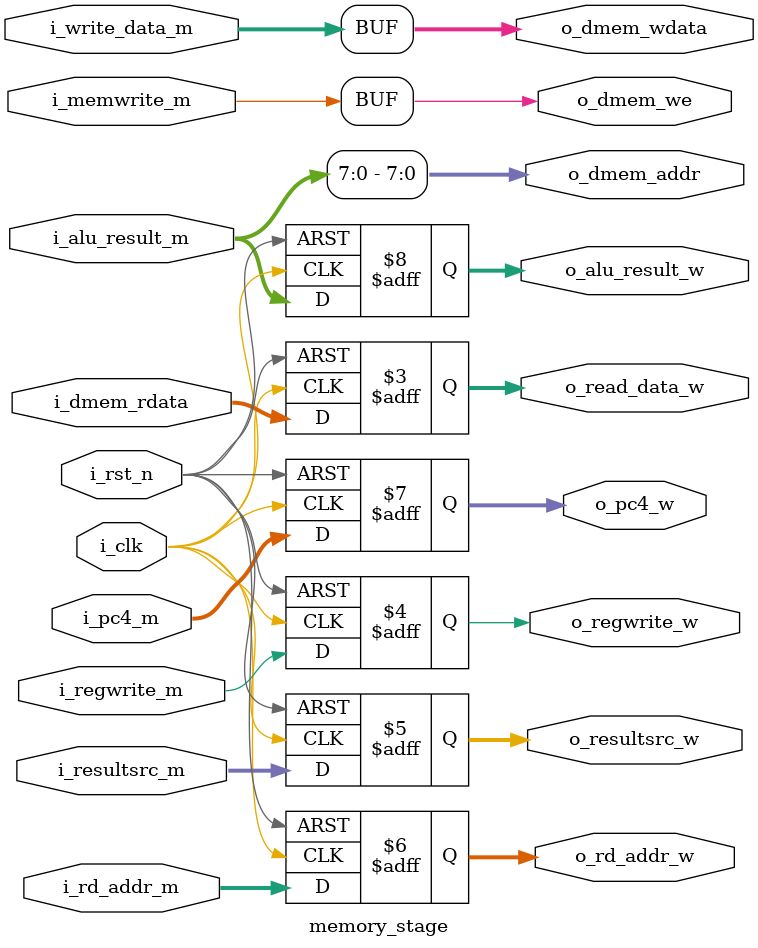
<source format=sv>
/**
 * PBL3 - RISC-V Pipelined Processor
 * Memory Stage Module with External Memory Interface
 *
 * File name: memory_stage.sv
 *
 * Objective:
 *     Implements the memory access stage of a pipelined RISC-V processor.
 *     Interfaces with external data memory and forwards pipeline data.
 *
 * Description:
 *     - Provides interface signals to external data memory
 *     - Handles memory read/write control
 *     - Manages MEM/WB pipeline register
 *     - No internal memory instantiation
 */

`timescale 1ns/1ps

module memory_stage #(
    parameter P_DATA_WIDTH = 32,
    parameter P_DMEM_ADDR_WIDTH = 8
)(
    input logic i_clk,
    input logic i_rst_n,
    
    // Pipeline inputs from EX stage
    input logic i_regwrite_m,
    input logic [1:0] i_resultsrc_m,
    input logic i_memwrite_m,
    input logic [P_DATA_WIDTH-1:0] i_alu_result_m,
    input logic [P_DATA_WIDTH-1:0] i_write_data_m,
    input logic [4:0] i_rd_addr_m,
    input logic [P_DATA_WIDTH-1:0] i_pc4_m,
    
    // External Data Memory Interface
    output logic                          o_dmem_we,
    output logic [P_DMEM_ADDR_WIDTH-1:0]  o_dmem_addr,
    output logic [P_DATA_WIDTH-1:0]       o_dmem_wdata,
    input  logic [P_DATA_WIDTH-1:0]       i_dmem_rdata,
    
    // Pipeline Outputs to WB stage
    output logic [P_DATA_WIDTH-1:0] o_read_data_w,
    output logic o_regwrite_w,
    output logic [1:0] o_resultsrc_w,
    output logic [4:0] o_rd_addr_w,
    output logic [P_DATA_WIDTH-1:0] o_pc4_w,
    output logic [P_DATA_WIDTH-1:0] o_alu_result_w
);

    //=========================================================================
    // External Data Memory Interface Logic
    //=========================================================================
    
    // Connect memory control signals to external data memory
    assign o_dmem_we    = i_memwrite_m;                              // Write enable
    assign o_dmem_addr  = i_alu_result_m[P_DMEM_ADDR_WIDTH-1:0];     // Address from ALU
    assign o_dmem_wdata = i_write_data_m;                            // Write data

    //=========================================================================
    // MEM/WB Pipeline Register
    //=========================================================================
    
    always_ff @(posedge i_clk or negedge i_rst_n) begin
        if (!i_rst_n) begin
            // Reset all outputs to safe values
            o_regwrite_w   <= '0;
            o_resultsrc_w  <= '0;
            o_read_data_w  <= '0;
            o_rd_addr_w    <= '0;
            o_pc4_w        <= '0;
            o_alu_result_w <= '0;
        end else begin
            // Forward control signals and data to WB stage
            o_regwrite_w   <= i_regwrite_m;
            o_resultsrc_w  <= i_resultsrc_m;
            o_alu_result_w <= i_alu_result_m;
            o_read_data_w  <= i_dmem_rdata;     // Data read from external memory
            o_rd_addr_w    <= i_rd_addr_m;
            o_pc4_w        <= i_pc4_m;
        end
    end

endmodule
</source>
